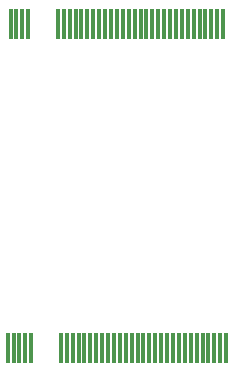
<source format=gtp>
G04*
G04 #@! TF.GenerationSoftware,Altium Limited,Altium Designer,22.2.1 (43)*
G04*
G04 Layer_Color=8421504*
%FSLAX25Y25*%
%MOIN*%
G70*
G04*
G04 #@! TF.SameCoordinates,5CCBFE73-73B7-4967-902F-BF686D1F8584*
G04*
G04*
G04 #@! TF.FilePolarity,Positive*
G04*
G01*
G75*
%ADD10R,0.01378X0.09843*%
D10*
X7874Y113189D02*
D03*
X9843D02*
D03*
X11811D02*
D03*
X13780D02*
D03*
X23622D02*
D03*
X25591D02*
D03*
X27559D02*
D03*
X29528D02*
D03*
X31496D02*
D03*
X33465D02*
D03*
X35433D02*
D03*
X37402D02*
D03*
X39370D02*
D03*
X41339D02*
D03*
X43307D02*
D03*
X45276D02*
D03*
X47244D02*
D03*
X49213D02*
D03*
X51181D02*
D03*
X53150D02*
D03*
X55118D02*
D03*
X57087D02*
D03*
X59055D02*
D03*
X61024D02*
D03*
X62992D02*
D03*
X64961D02*
D03*
X66929D02*
D03*
X68898D02*
D03*
X70866D02*
D03*
X72835D02*
D03*
X74803D02*
D03*
X76772D02*
D03*
X78740D02*
D03*
X6890Y4921D02*
D03*
X8858D02*
D03*
X10827D02*
D03*
X12795D02*
D03*
X14764D02*
D03*
X24606D02*
D03*
X26575D02*
D03*
X28543D02*
D03*
X30512D02*
D03*
X32480D02*
D03*
X34449D02*
D03*
X36417D02*
D03*
X38386D02*
D03*
X40354D02*
D03*
X42323D02*
D03*
X44291D02*
D03*
X46260D02*
D03*
X48228D02*
D03*
X50197D02*
D03*
X52165D02*
D03*
X54134D02*
D03*
X56102D02*
D03*
X58071D02*
D03*
X60039D02*
D03*
X62008D02*
D03*
X63976D02*
D03*
X65945D02*
D03*
X67913D02*
D03*
X69882D02*
D03*
X71850D02*
D03*
X73819D02*
D03*
X75787D02*
D03*
X77756D02*
D03*
X79724D02*
D03*
M02*

</source>
